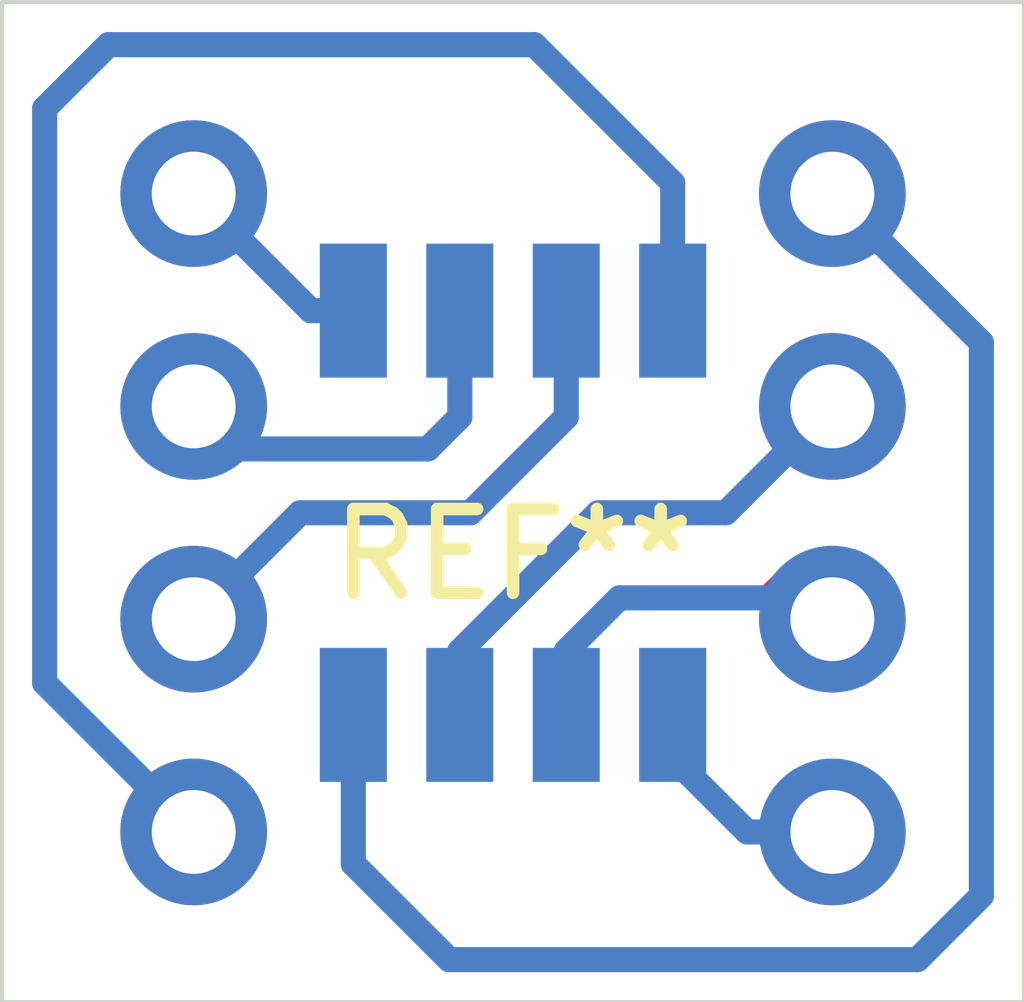
<source format=kicad_pcb>
(kicad_pcb (version 20171130) (host pcbnew 5.1.9)

  (general
    (thickness 1.6)
    (drawings 4)
    (tracks 38)
    (zones 0)
    (modules 1)
    (nets 1)
  )

  (page A4)
  (layers
    (0 F.Cu signal)
    (31 B.Cu signal)
    (32 B.Adhes user)
    (33 F.Adhes user)
    (34 B.Paste user)
    (35 F.Paste user)
    (36 B.SilkS user)
    (37 F.SilkS user hide)
    (38 B.Mask user)
    (39 F.Mask user)
    (40 Dwgs.User user)
    (41 Cmts.User user)
    (42 Eco1.User user)
    (43 Eco2.User user)
    (44 Edge.Cuts user)
    (45 Margin user)
    (46 B.CrtYd user hide)
    (47 F.CrtYd user hide)
    (48 B.Fab user)
    (49 F.Fab user hide)
  )

  (setup
    (last_trace_width 0.3)
    (user_trace_width 0.3)
    (user_trace_width 0.6)
    (trace_clearance 0.2)
    (zone_clearance 0.508)
    (zone_45_only no)
    (trace_min 0.2)
    (via_size 0.8)
    (via_drill 0.4)
    (via_min_size 0.4)
    (via_min_drill 0.3)
    (uvia_size 0.3)
    (uvia_drill 0.1)
    (uvias_allowed no)
    (uvia_min_size 0.2)
    (uvia_min_drill 0.1)
    (edge_width 0.05)
    (segment_width 0.2)
    (pcb_text_width 0.3)
    (pcb_text_size 1.5 1.5)
    (mod_edge_width 0.12)
    (mod_text_size 1 1)
    (mod_text_width 0.15)
    (pad_size 1.75 1.75)
    (pad_drill 1)
    (pad_to_mask_clearance 0)
    (aux_axis_origin 21.844 28.702)
    (visible_elements FFFFFF7F)
    (pcbplotparams
      (layerselection 0x01000_fffffffe)
      (usegerberextensions false)
      (usegerberattributes true)
      (usegerberadvancedattributes true)
      (creategerberjobfile true)
      (excludeedgelayer true)
      (linewidth 0.100000)
      (plotframeref false)
      (viasonmask false)
      (mode 1)
      (useauxorigin true)
      (hpglpennumber 1)
      (hpglpenspeed 20)
      (hpglpendiameter 15.000000)
      (psnegative false)
      (psa4output false)
      (plotreference true)
      (plotvalue true)
      (plotinvisibletext false)
      (padsonsilk false)
      (subtractmaskfromsilk false)
      (outputformat 1)
      (mirror false)
      (drillshape 0)
      (scaleselection 1)
      (outputdirectory "output/"))
  )

  (net 0 "")

  (net_class Default "This is the default net class."
    (clearance 0.2)
    (trace_width 0.25)
    (via_dia 0.8)
    (via_drill 0.4)
    (uvia_dia 0.3)
    (uvia_drill 0.1)
  )

  (module 8soic28dip (layer F.Cu) (tedit 60659192) (tstamp 6065E7DE)
    (at 27.94 22.86)
    (fp_text reference REF** (at 0 0.5) (layer F.SilkS)
      (effects (font (size 1 1) (thickness 0.15)))
    )
    (fp_text value 8soic28dip (at 0 -0.5) (layer F.Fab)
      (effects (font (size 1 1) (thickness 0.15)))
    )
    (pad 2 thru_hole circle (at -3.81 -1.27) (size 1.75 1.75) (drill 1) (layers *.Cu *.Mask))
    (pad 1 thru_hole circle (at -3.81 -3.81) (size 1.75 1.75) (drill 1) (layers *.Cu *.Mask))
    (pad 8 thru_hole circle (at 3.81 -3.81) (size 1.75 1.75) (drill 1) (layers *.Cu *.Mask))
    (pad 7 thru_hole circle (at 3.81 -1.27) (size 1.75 1.75) (drill 1) (layers *.Cu *.Mask))
    (pad 6 thru_hole circle (at 3.81 1.27) (size 1.75 1.75) (drill 1) (layers *.Cu *.Mask))
    (pad 5 thru_hole circle (at 3.81 3.81) (size 1.75 1.75) (drill 1) (layers *.Cu *.Mask))
    (pad 4 thru_hole circle (at -3.81 3.81) (size 1.75 1.75) (drill 1) (layers *.Cu *.Mask))
    (pad 3 thru_hole circle (at -3.81 1.27) (size 1.75 1.75) (drill 1) (layers *.Cu *.Mask))
    (pad 1 smd rect (at -1.905 -2.413 270) (size 1.6 0.8) (layers B.Cu B.Paste B.Mask))
    (pad 2 smd rect (at -0.635 -2.413 270) (size 1.6 0.8) (layers B.Cu B.Paste B.Mask))
    (pad 3 smd rect (at 0.635 -2.413 270) (size 1.6 0.8) (layers B.Cu B.Paste B.Mask))
    (pad 4 smd rect (at 1.905 -2.413 270) (size 1.6 0.8) (layers B.Cu B.Paste B.Mask))
    (pad 7 smd rect (at -0.635 2.413 90) (size 1.6 0.8) (layers B.Cu B.Paste B.Mask))
    (pad 6 smd rect (at 0.635 2.413 90) (size 1.6 0.8) (layers B.Cu B.Paste B.Mask))
    (pad 8 smd rect (at -1.905 2.413 90) (size 1.6 0.8) (layers B.Cu B.Paste B.Mask))
    (pad 5 smd rect (at 1.905 2.413 90) (size 1.6 0.8) (layers B.Cu B.Paste B.Mask))
  )

  (gr_line (start 21.844 16.764) (end 21.844 28.702) (layer Edge.Cuts) (width 0.05) (tstamp 6065E857))
  (gr_line (start 34.036 16.764) (end 21.844 16.764) (layer Edge.Cuts) (width 0.05))
  (gr_line (start 34.036 28.702) (end 34.036 16.764) (layer Edge.Cuts) (width 0.05))
  (gr_line (start 21.844 28.702) (end 34.036 28.702) (layer Edge.Cuts) (width 0.05))

  (segment (start 24.13 19.05) (end 24.638 19.05) (width 0.6) (layer F.Cu) (net 0))
  (segment (start 24.384 21.844) (end 24.13 21.59) (width 0.25) (layer F.Cu) (net 0))
  (segment (start 31.242 23.622) (end 31.75 24.13) (width 0.25) (layer F.Cu) (net 0))
  (segment (start 30.988 23.876) (end 31.242 23.622) (width 0.3) (layer F.Cu) (net 0))
  (segment (start 24.638 22.098) (end 24.384 21.844) (width 0.3) (layer F.Cu) (net 0))
  (segment (start 25.527 20.447) (end 24.13 19.05) (width 0.3) (layer B.Cu) (net 0))
  (segment (start 26.035 20.447) (end 25.527 20.447) (width 0.3) (layer B.Cu) (net 0))
  (segment (start 27.305 20.447) (end 27.305 21.717) (width 0.3) (layer B.Cu) (net 0))
  (segment (start 27.305 21.717) (end 26.924 22.098) (width 0.3) (layer B.Cu) (net 0))
  (segment (start 24.638 22.098) (end 24.13 21.59) (width 0.3) (layer B.Cu) (net 0))
  (segment (start 26.924 22.098) (end 24.638 22.098) (width 0.3) (layer B.Cu) (net 0))
  (segment (start 28.575 20.447) (end 28.575 21.717) (width 0.3) (layer B.Cu) (net 0))
  (segment (start 28.575 21.717) (end 27.432 22.86) (width 0.3) (layer B.Cu) (net 0))
  (segment (start 25.4 22.86) (end 24.13 24.13) (width 0.3) (layer B.Cu) (net 0))
  (segment (start 27.432 22.86) (end 25.4 22.86) (width 0.3) (layer B.Cu) (net 0))
  (segment (start 30.48 22.86) (end 31.75 21.59) (width 0.3) (layer B.Cu) (net 0))
  (segment (start 28.956 22.86) (end 30.48 22.86) (width 0.3) (layer B.Cu) (net 0))
  (segment (start 27.305 24.511) (end 28.956 22.86) (width 0.3) (layer B.Cu) (net 0))
  (segment (start 27.305 25.273) (end 27.305 24.511) (width 0.3) (layer B.Cu) (net 0))
  (segment (start 28.575 25.273) (end 28.575 24.511) (width 0.3) (layer B.Cu) (net 0))
  (segment (start 28.575 24.511) (end 29.21 23.876) (width 0.3) (layer B.Cu) (net 0))
  (segment (start 31.496 23.876) (end 31.75 24.13) (width 0.3) (layer B.Cu) (net 0))
  (segment (start 29.21 23.876) (end 31.496 23.876) (width 0.3) (layer B.Cu) (net 0))
  (segment (start 29.845 25.273) (end 29.845 25.781) (width 0.3) (layer B.Cu) (net 0))
  (segment (start 30.734 26.67) (end 31.75 26.67) (width 0.3) (layer B.Cu) (net 0))
  (segment (start 29.845 25.781) (end 30.734 26.67) (width 0.3) (layer B.Cu) (net 0))
  (segment (start 26.035 25.273) (end 26.035 27.051) (width 0.3) (layer B.Cu) (net 0))
  (segment (start 26.035 27.051) (end 27.178 28.194) (width 0.3) (layer B.Cu) (net 0))
  (segment (start 27.178 28.194) (end 32.766 28.194) (width 0.3) (layer B.Cu) (net 0))
  (segment (start 32.766 28.194) (end 33.528 27.432) (width 0.3) (layer B.Cu) (net 0))
  (segment (start 33.528 20.828) (end 31.75 19.05) (width 0.3) (layer B.Cu) (net 0))
  (segment (start 33.528 27.432) (end 33.528 20.828) (width 0.3) (layer B.Cu) (net 0))
  (segment (start 29.845 20.447) (end 29.845 18.923) (width 0.3) (layer B.Cu) (net 0))
  (segment (start 29.845 18.923) (end 28.194 17.272) (width 0.3) (layer B.Cu) (net 0))
  (segment (start 28.194 17.272) (end 23.114 17.272) (width 0.3) (layer B.Cu) (net 0))
  (segment (start 23.114 17.272) (end 22.352 18.034) (width 0.3) (layer B.Cu) (net 0))
  (segment (start 22.352 24.892) (end 24.13 26.67) (width 0.3) (layer B.Cu) (net 0))
  (segment (start 22.352 18.034) (end 22.352 24.892) (width 0.3) (layer B.Cu) (net 0))

)

</source>
